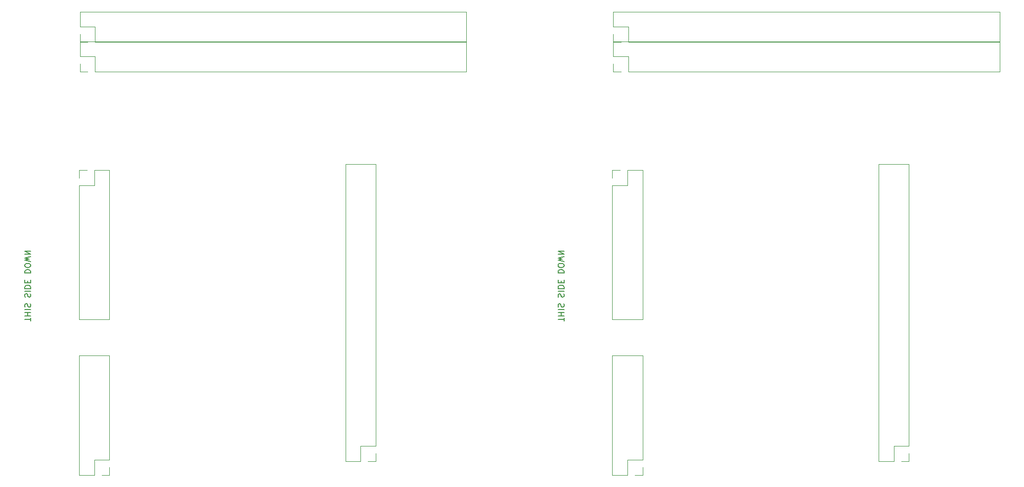
<source format=gbr>
%TF.GenerationSoftware,KiCad,Pcbnew,(5.1.9)-1*%
%TF.CreationDate,2021-10-15T18:08:56-04:00*%
%TF.ProjectId,Combined boards for stencil,436f6d62-696e-4656-9420-626f61726473,rev?*%
%TF.SameCoordinates,Original*%
%TF.FileFunction,Legend,Bot*%
%TF.FilePolarity,Positive*%
%FSLAX46Y46*%
G04 Gerber Fmt 4.6, Leading zero omitted, Abs format (unit mm)*
G04 Created by KiCad (PCBNEW (5.1.9)-1) date 2021-10-15 18:08:56*
%MOMM*%
%LPD*%
G01*
G04 APERTURE LIST*
%ADD10C,0.150000*%
%ADD11C,0.120000*%
G04 APERTURE END LIST*
D10*
X63158619Y-119228428D02*
X63158619Y-118657000D01*
X62158619Y-118942714D02*
X63158619Y-118942714D01*
X62158619Y-118323666D02*
X63158619Y-118323666D01*
X62682428Y-118323666D02*
X62682428Y-117752238D01*
X62158619Y-117752238D02*
X63158619Y-117752238D01*
X62158619Y-117276047D02*
X63158619Y-117276047D01*
X62206238Y-116847476D02*
X62158619Y-116704619D01*
X62158619Y-116466523D01*
X62206238Y-116371285D01*
X62253857Y-116323666D01*
X62349095Y-116276047D01*
X62444333Y-116276047D01*
X62539571Y-116323666D01*
X62587190Y-116371285D01*
X62634809Y-116466523D01*
X62682428Y-116657000D01*
X62730047Y-116752238D01*
X62777666Y-116799857D01*
X62872904Y-116847476D01*
X62968142Y-116847476D01*
X63063380Y-116799857D01*
X63111000Y-116752238D01*
X63158619Y-116657000D01*
X63158619Y-116418904D01*
X63111000Y-116276047D01*
X62206238Y-115133190D02*
X62158619Y-114990333D01*
X62158619Y-114752238D01*
X62206238Y-114657000D01*
X62253857Y-114609380D01*
X62349095Y-114561761D01*
X62444333Y-114561761D01*
X62539571Y-114609380D01*
X62587190Y-114657000D01*
X62634809Y-114752238D01*
X62682428Y-114942714D01*
X62730047Y-115037952D01*
X62777666Y-115085571D01*
X62872904Y-115133190D01*
X62968142Y-115133190D01*
X63063380Y-115085571D01*
X63111000Y-115037952D01*
X63158619Y-114942714D01*
X63158619Y-114704619D01*
X63111000Y-114561761D01*
X62158619Y-114133190D02*
X63158619Y-114133190D01*
X62158619Y-113657000D02*
X63158619Y-113657000D01*
X63158619Y-113418904D01*
X63111000Y-113276047D01*
X63015761Y-113180809D01*
X62920523Y-113133190D01*
X62730047Y-113085571D01*
X62587190Y-113085571D01*
X62396714Y-113133190D01*
X62301476Y-113180809D01*
X62206238Y-113276047D01*
X62158619Y-113418904D01*
X62158619Y-113657000D01*
X62682428Y-112657000D02*
X62682428Y-112323666D01*
X62158619Y-112180809D02*
X62158619Y-112657000D01*
X63158619Y-112657000D01*
X63158619Y-112180809D01*
X62158619Y-110990333D02*
X63158619Y-110990333D01*
X63158619Y-110752238D01*
X63111000Y-110609380D01*
X63015761Y-110514142D01*
X62920523Y-110466523D01*
X62730047Y-110418904D01*
X62587190Y-110418904D01*
X62396714Y-110466523D01*
X62301476Y-110514142D01*
X62206238Y-110609380D01*
X62158619Y-110752238D01*
X62158619Y-110990333D01*
X63158619Y-109799857D02*
X63158619Y-109609380D01*
X63111000Y-109514142D01*
X63015761Y-109418904D01*
X62825285Y-109371285D01*
X62491952Y-109371285D01*
X62301476Y-109418904D01*
X62206238Y-109514142D01*
X62158619Y-109609380D01*
X62158619Y-109799857D01*
X62206238Y-109895095D01*
X62301476Y-109990333D01*
X62491952Y-110037952D01*
X62825285Y-110037952D01*
X63015761Y-109990333D01*
X63111000Y-109895095D01*
X63158619Y-109799857D01*
X63158619Y-109037952D02*
X62158619Y-108799857D01*
X62872904Y-108609380D01*
X62158619Y-108418904D01*
X63158619Y-108180809D01*
X62158619Y-107799857D02*
X63158619Y-107799857D01*
X62158619Y-107228428D01*
X63158619Y-107228428D01*
X154471619Y-119228428D02*
X154471619Y-118657000D01*
X153471619Y-118942714D02*
X154471619Y-118942714D01*
X153471619Y-118323666D02*
X154471619Y-118323666D01*
X153995428Y-118323666D02*
X153995428Y-117752238D01*
X153471619Y-117752238D02*
X154471619Y-117752238D01*
X153471619Y-117276047D02*
X154471619Y-117276047D01*
X153519238Y-116847476D02*
X153471619Y-116704619D01*
X153471619Y-116466523D01*
X153519238Y-116371285D01*
X153566857Y-116323666D01*
X153662095Y-116276047D01*
X153757333Y-116276047D01*
X153852571Y-116323666D01*
X153900190Y-116371285D01*
X153947809Y-116466523D01*
X153995428Y-116657000D01*
X154043047Y-116752238D01*
X154090666Y-116799857D01*
X154185904Y-116847476D01*
X154281142Y-116847476D01*
X154376380Y-116799857D01*
X154424000Y-116752238D01*
X154471619Y-116657000D01*
X154471619Y-116418904D01*
X154424000Y-116276047D01*
X153519238Y-115133190D02*
X153471619Y-114990333D01*
X153471619Y-114752238D01*
X153519238Y-114657000D01*
X153566857Y-114609380D01*
X153662095Y-114561761D01*
X153757333Y-114561761D01*
X153852571Y-114609380D01*
X153900190Y-114657000D01*
X153947809Y-114752238D01*
X153995428Y-114942714D01*
X154043047Y-115037952D01*
X154090666Y-115085571D01*
X154185904Y-115133190D01*
X154281142Y-115133190D01*
X154376380Y-115085571D01*
X154424000Y-115037952D01*
X154471619Y-114942714D01*
X154471619Y-114704619D01*
X154424000Y-114561761D01*
X153471619Y-114133190D02*
X154471619Y-114133190D01*
X153471619Y-113657000D02*
X154471619Y-113657000D01*
X154471619Y-113418904D01*
X154424000Y-113276047D01*
X154328761Y-113180809D01*
X154233523Y-113133190D01*
X154043047Y-113085571D01*
X153900190Y-113085571D01*
X153709714Y-113133190D01*
X153614476Y-113180809D01*
X153519238Y-113276047D01*
X153471619Y-113418904D01*
X153471619Y-113657000D01*
X153995428Y-112657000D02*
X153995428Y-112323666D01*
X153471619Y-112180809D02*
X153471619Y-112657000D01*
X154471619Y-112657000D01*
X154471619Y-112180809D01*
X153471619Y-110990333D02*
X154471619Y-110990333D01*
X154471619Y-110752238D01*
X154424000Y-110609380D01*
X154328761Y-110514142D01*
X154233523Y-110466523D01*
X154043047Y-110418904D01*
X153900190Y-110418904D01*
X153709714Y-110466523D01*
X153614476Y-110514142D01*
X153519238Y-110609380D01*
X153471619Y-110752238D01*
X153471619Y-110990333D01*
X154471619Y-109799857D02*
X154471619Y-109609380D01*
X154424000Y-109514142D01*
X154328761Y-109418904D01*
X154138285Y-109371285D01*
X153804952Y-109371285D01*
X153614476Y-109418904D01*
X153519238Y-109514142D01*
X153471619Y-109609380D01*
X153471619Y-109799857D01*
X153519238Y-109895095D01*
X153614476Y-109990333D01*
X153804952Y-110037952D01*
X154138285Y-110037952D01*
X154328761Y-109990333D01*
X154424000Y-109895095D01*
X154471619Y-109799857D01*
X154471619Y-109037952D02*
X153471619Y-108799857D01*
X154185904Y-108609380D01*
X153471619Y-108418904D01*
X154471619Y-108180809D01*
X153471619Y-107799857D02*
X154471619Y-107799857D01*
X153471619Y-107228428D01*
X154471619Y-107228428D01*
D11*
%TO.C,J3*%
X76641000Y-93412000D02*
X74041000Y-93412000D01*
X76641000Y-93412000D02*
X76641000Y-118932000D01*
X76641000Y-118932000D02*
X71441000Y-118932000D01*
X71441000Y-96012000D02*
X71441000Y-118932000D01*
X74041000Y-96012000D02*
X71441000Y-96012000D01*
X74041000Y-93412000D02*
X74041000Y-96012000D01*
X71441000Y-93412000D02*
X71441000Y-94742000D01*
X72771000Y-93412000D02*
X71441000Y-93412000D01*
%TO.C,J2*%
X71441000Y-145602000D02*
X74041000Y-145602000D01*
X71441000Y-145602000D02*
X71441000Y-125162000D01*
X71441000Y-125162000D02*
X76641000Y-125162000D01*
X76641000Y-143002000D02*
X76641000Y-125162000D01*
X74041000Y-143002000D02*
X76641000Y-143002000D01*
X74041000Y-145602000D02*
X74041000Y-143002000D01*
X76641000Y-145602000D02*
X76641000Y-144272000D01*
X75311000Y-145602000D02*
X76641000Y-145602000D01*
%TO.C,J1*%
X117047000Y-143256000D02*
X119647000Y-143256000D01*
X117047000Y-143256000D02*
X117047000Y-92336000D01*
X117047000Y-92336000D02*
X122247000Y-92336000D01*
X122247000Y-140656000D02*
X122247000Y-92336000D01*
X119647000Y-140656000D02*
X122247000Y-140656000D01*
X119647000Y-143256000D02*
X119647000Y-140656000D01*
X122247000Y-143256000D02*
X122247000Y-141926000D01*
X120917000Y-143256000D02*
X122247000Y-143256000D01*
%TO.C,H2*%
X71597000Y-70131000D02*
X71597000Y-71461000D01*
X71597000Y-71461000D02*
X72927000Y-71461000D01*
X71597000Y-68861000D02*
X74197000Y-68861000D01*
X74197000Y-68861000D02*
X74197000Y-71461000D01*
X74197000Y-71461000D02*
X137757000Y-71461000D01*
X137757000Y-66261000D02*
X137757000Y-71461000D01*
X71597000Y-66261000D02*
X137757000Y-66261000D01*
X71597000Y-66261000D02*
X71597000Y-68861000D01*
%TO.C,H1*%
X71597000Y-75211000D02*
X71597000Y-76541000D01*
X71597000Y-76541000D02*
X72927000Y-76541000D01*
X71597000Y-73941000D02*
X74197000Y-73941000D01*
X74197000Y-73941000D02*
X74197000Y-76541000D01*
X74197000Y-76541000D02*
X137757000Y-76541000D01*
X137757000Y-71341000D02*
X137757000Y-76541000D01*
X71597000Y-71341000D02*
X137757000Y-71341000D01*
X71597000Y-71341000D02*
X71597000Y-73941000D01*
%TO.C,J3*%
X164084000Y-93412000D02*
X162754000Y-93412000D01*
X162754000Y-93412000D02*
X162754000Y-94742000D01*
X165354000Y-93412000D02*
X165354000Y-96012000D01*
X165354000Y-96012000D02*
X162754000Y-96012000D01*
X162754000Y-96012000D02*
X162754000Y-118932000D01*
X167954000Y-118932000D02*
X162754000Y-118932000D01*
X167954000Y-93412000D02*
X167954000Y-118932000D01*
X167954000Y-93412000D02*
X165354000Y-93412000D01*
%TO.C,J2*%
X166624000Y-145602000D02*
X167954000Y-145602000D01*
X167954000Y-145602000D02*
X167954000Y-144272000D01*
X165354000Y-145602000D02*
X165354000Y-143002000D01*
X165354000Y-143002000D02*
X167954000Y-143002000D01*
X167954000Y-143002000D02*
X167954000Y-125162000D01*
X162754000Y-125162000D02*
X167954000Y-125162000D01*
X162754000Y-145602000D02*
X162754000Y-125162000D01*
X162754000Y-145602000D02*
X165354000Y-145602000D01*
%TO.C,J1*%
X212230000Y-143256000D02*
X213560000Y-143256000D01*
X213560000Y-143256000D02*
X213560000Y-141926000D01*
X210960000Y-143256000D02*
X210960000Y-140656000D01*
X210960000Y-140656000D02*
X213560000Y-140656000D01*
X213560000Y-140656000D02*
X213560000Y-92336000D01*
X208360000Y-92336000D02*
X213560000Y-92336000D01*
X208360000Y-143256000D02*
X208360000Y-92336000D01*
X208360000Y-143256000D02*
X210960000Y-143256000D01*
%TO.C,H2*%
X162910000Y-66261000D02*
X162910000Y-68861000D01*
X162910000Y-66261000D02*
X229070000Y-66261000D01*
X229070000Y-66261000D02*
X229070000Y-71461000D01*
X165510000Y-71461000D02*
X229070000Y-71461000D01*
X165510000Y-68861000D02*
X165510000Y-71461000D01*
X162910000Y-68861000D02*
X165510000Y-68861000D01*
X162910000Y-71461000D02*
X164240000Y-71461000D01*
X162910000Y-70131000D02*
X162910000Y-71461000D01*
%TO.C,H1*%
X162910000Y-71341000D02*
X162910000Y-73941000D01*
X162910000Y-71341000D02*
X229070000Y-71341000D01*
X229070000Y-71341000D02*
X229070000Y-76541000D01*
X165510000Y-76541000D02*
X229070000Y-76541000D01*
X165510000Y-73941000D02*
X165510000Y-76541000D01*
X162910000Y-73941000D02*
X165510000Y-73941000D01*
X162910000Y-76541000D02*
X164240000Y-76541000D01*
X162910000Y-75211000D02*
X162910000Y-76541000D01*
%TD*%
M02*

</source>
